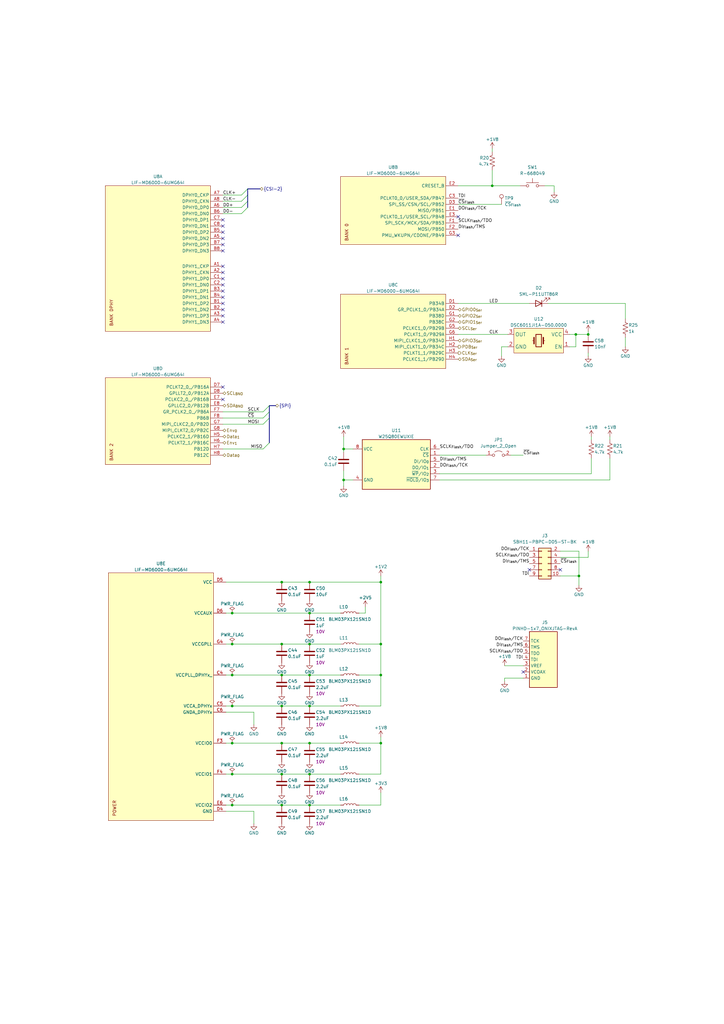
<source format=kicad_sch>
(kicad_sch (version 20211123) (generator eeschema)
  (paper "A3" portrait)
  (title_block (title "Headstage-RHS2116") (company "Open Ephys, Inc") (comment 1 "Jonathan P. Newman"))
  (lib_symbols
    (symbol "Connector:TestPoint" (pin_numbers hide) (pin_names (offset 0.762) hide)
      (property "Reference" "TP" (at 0 6.858 0))
      (property "Value" "TestPoint" (at 0 5.08 0))
      (symbol "TestPoint_0_1"
        (circle (center 0 3.302) (radius 0.762))
      )
      (symbol "TestPoint_1_1"
        (pin passive line (at 0 0 90) (length 2.54) (name "1") (number "1"))
      )
    )
    (symbol "Connector_Generic:Conn_02x05_Odd_Even" (pin_names (offset 1.016) hide)
      (property "Reference" "J" (at 1.27 7.62 0))
      (property "Value" "Conn_02x05_Odd_Even" (at 1.27 -7.62 0))
      (symbol "Conn_02x05_Odd_Even_1_1"
        (rectangle (start -1.27 -4.953) (end 0 -5.207) (stroke (width 0.1524)))
        (rectangle (start -1.27 -2.413) (end 0 -2.667) (stroke (width 0.1524)))
        (rectangle (start -1.27 0.127) (end 0 -0.127) (stroke (width 0.1524)))
        (rectangle (start -1.27 2.667) (end 0 2.413) (stroke (width 0.1524)))
        (rectangle (start -1.27 5.207) (end 0 4.953) (stroke (width 0.1524)))
        (rectangle (start -1.27 6.35) (end 3.81 -6.35) (stroke (width 0.254)) (fill (type background)))
        (rectangle (start 3.81 -4.953) (end 2.54 -5.207) (stroke (width 0.1524)))
        (rectangle (start 3.81 -2.413) (end 2.54 -2.667) (stroke (width 0.1524)))
        (rectangle (start 3.81 0.127) (end 2.54 -0.127) (stroke (width 0.1524)))
        (rectangle (start 3.81 2.667) (end 2.54 2.413) (stroke (width 0.1524)))
        (rectangle (start 3.81 5.207) (end 2.54 4.953) (stroke (width 0.1524)))
        (pin passive line (at -5.08 5.08 0) (length 3.81) (name "Pin_1") (number "1"))
        (pin passive line (at 7.62 -5.08 180) (length 3.81) (name "Pin_10") (number "10"))
        (pin passive line (at 7.62 5.08 180) (length 3.81) (name "Pin_2") (number "2"))
        (pin passive line (at -5.08 2.54 0) (length 3.81) (name "Pin_3") (number "3"))
        (pin passive line (at 7.62 2.54 180) (length 3.81) (name "Pin_4") (number "4"))
        (pin passive line (at -5.08 0 0) (length 3.81) (name "Pin_5") (number "5"))
        (pin passive line (at 7.62 0 180) (length 3.81) (name "Pin_6") (number "6"))
        (pin passive line (at -5.08 -2.54 0) (length 3.81) (name "Pin_7") (number "7"))
        (pin passive line (at 7.62 -2.54 180) (length 3.81) (name "Pin_8") (number "8"))
        (pin passive line (at -5.08 -5.08 0) (length 3.81) (name "Pin_9") (number "9"))
      )
    )
    (symbol "Device:C" (pin_numbers hide) (pin_names (offset 0.254))
      (property "Reference" "C" (at 0.635 2.54 0))
      (property "Value" "C" (at 0.635 -2.54 0))
      (symbol "C_0_1"
        (polyline (pts (xy -2.032 -0.762) (xy 2.032 -0.762)) (stroke (width 0.508)))
        (polyline (pts (xy -2.032 0.762) (xy 2.032 0.762)) (stroke (width 0.508)))
      )
      (symbol "C_1_1"
        (pin passive line (at 0 3.81 270) (length 2.794) (name "~") (number "1"))
        (pin passive line (at 0 -3.81 90) (length 2.794) (name "~") (number "2"))
      )
    )
    (symbol "Device:L" (pin_numbers hide) (pin_names (offset 1.016) hide)
      (property "Reference" "L" (at -1.27 0 90))
      (property "Value" "L" (at 1.905 0 90))
      (symbol "L_0_1"
        (arc (start 0 -2.54) (mid 0.635 -1.905) (end 0 -1.27))
        (arc (start 0 -1.27) (mid 0.635 -0.635) (end 0 0))
        (arc (start 0 0) (mid 0.635 0.635) (end 0 1.27))
        (arc (start 0 1.27) (mid 0.635 1.905) (end 0 2.54))
      )
      (symbol "L_1_1"
        (pin passive line (at 0 3.81 270) (length 1.27) (name "1") (number "1"))
        (pin passive line (at 0 -3.81 90) (length 1.27) (name "2") (number "2"))
      )
    )
    (symbol "Device:LED" (pin_numbers hide) (pin_names (offset 1.016) hide)
      (property "Reference" "D" (at 0 2.54 0))
      (property "Value" "LED" (at 0 -2.54 0))
      (symbol "LED_0_1"
        (polyline (pts (xy -1.27 -1.27) (xy -1.27 1.27)) (stroke (width 0.254)))
        (polyline (pts (xy -1.27 0) (xy 1.27 0)))
        (polyline (pts (xy 1.27 -1.27) (xy 1.27 1.27) (xy -1.27 0) (xy 1.27 -1.27)) (stroke (width 0.254)))
        (polyline (pts (xy -3.048 -0.762) (xy -4.572 -2.286) (xy -3.81 -2.286) (xy -4.572 -2.286) (xy -4.572 -1.524)))
        (polyline (pts (xy -1.778 -0.762) (xy -3.302 -2.286) (xy -2.54 -2.286) (xy -3.302 -2.286) (xy -3.302 -1.524)))
      )
      (symbol "LED_1_1"
        (pin passive line (at -3.81 0 0) (length 2.54) (name "K") (number "1"))
        (pin passive line (at 3.81 0 180) (length 2.54) (name "A") (number "2"))
      )
    )
    (symbol "Device:R_US" (pin_numbers hide) (pin_names (offset 0))
      (property "Reference" "R" (at 2.54 0 90))
      (property "Value" "R_US" (at -2.54 0 90))
      (symbol "R_US_0_1"
        (polyline (pts (xy 0 -2.286) (xy 0 -2.54)))
        (polyline (pts (xy 0 2.286) (xy 0 2.54)))
        (polyline (pts (xy 0 -0.762) (xy 1.016 -1.143) (xy 0 -1.524) (xy -1.016 -1.905) (xy 0 -2.286)))
        (polyline (pts (xy 0 0.762) (xy 1.016 0.381) (xy 0 0) (xy -1.016 -0.381) (xy 0 -0.762)))
        (polyline (pts (xy 0 2.286) (xy 1.016 1.905) (xy 0 1.524) (xy -1.016 1.143) (xy 0 0.762)))
      )
      (symbol "R_US_1_1"
        (pin passive line (at 0 3.81 270) (length 1.27) (name "~") (number "1"))
        (pin passive line (at 0 -3.81 90) (length 1.27) (name "~") (number "2"))
      )
    )
    (symbol "Jumper:Jumper_2_Open" (pin_names (offset 0) hide)
      (property "Reference" "JP" (at 0 2.794 0))
      (property "Value" "Jumper_2_Open" (at 0 -2.286 0))
      (symbol "Jumper_2_Open_0_0"
        (circle (center -2.032 0) (radius 0.508))
        (circle (center 2.032 0) (radius 0.508))
      )
      (symbol "Jumper_2_Open_0_1"
        (arc (start 1.524 1.27) (mid 0 1.778) (end -1.524 1.27))
      )
      (symbol "Jumper_2_Open_1_1"
        (pin passive line (at -5.08 0 0) (length 2.54) (name "A") (number "1"))
        (pin passive line (at 5.08 0 180) (length 2.54) (name "B") (number "2"))
      )
    )
    (symbol "Switch:SW_Push" (pin_numbers hide) (pin_names (offset 1.016) hide)
      (property "Reference" "SW" (at 1.27 2.54 0))
      (property "Value" "SW_Push" (at 0 -1.524 0))
      (symbol "SW_Push_0_1"
        (circle (center -2.032 0) (radius 0.508))
        (polyline (pts (xy 0 1.27) (xy 0 3.048)))
        (polyline (pts (xy 2.54 1.27) (xy -2.54 1.27)))
        (circle (center 2.032 0) (radius 0.508))
        (pin passive line (at -5.08 0 0) (length 2.54) (name "1") (number "1"))
        (pin passive line (at 5.08 0 180) (length 2.54) (name "2") (number "2"))
      )
    )
    (symbol "jonnew:LIF-MD6000-6UMG64I"
      (property "Reference" "U" (at 0 7.62 0))
      (property "Value" "LIF-MD6000-6UMG64I" (at 0 5.08 0))
      (symbol "LIF-MD6000-6UMG64I_1_0"
        (text "BANK DPHY" (at -19.05 -48.26 900) (effects (font (size 1.27 1.27))))
      )
      (symbol "LIF-MD6000-6UMG64I_1_1"
        (rectangle (start -21.59 3.81) (end 21.59 -55.88) (stroke (width 0.1524)) (fill (type background)))
        (pin bidirectional line (at 26.67 -29.21 180) (length 5.08) (name "DPHY1_CKP") (number "A1"))
        (pin bidirectional line (at 26.67 -31.75 180) (length 5.08) (name "DPHY1_CKN") (number "A2"))
        (pin bidirectional line (at 26.67 -49.53 180) (length 5.08) (name "DPHY1_DP3") (number "A3"))
        (pin bidirectional line (at 26.67 -52.07 180) (length 5.08) (name "DPHY1_DN3") (number "A4"))
        (pin bidirectional line (at 26.67 -17.78 180) (length 5.08) (name "DPHY0_DN2") (number "A5"))
        (pin bidirectional line (at 26.67 -5.08 180) (length 5.08) (name "DPHY0_DP0") (number "A6"))
        (pin bidirectional line (at 26.67 0 180) (length 5.08) (name "DPHY0_CKP") (number "A7"))
        (pin bidirectional line (at 26.67 -2.54 180) (length 5.08) (name "DPHY0_CKN") (number "A8"))
        (pin bidirectional line (at 26.67 -44.45 180) (length 5.08) (name "DPHY1_DP2") (number "B1"))
        (pin bidirectional line (at 26.67 -46.99 180) (length 5.08) (name "DPHY1_DN2") (number "B2"))
        (pin bidirectional line (at 26.67 -39.37 180) (length 5.08) (name "DPHY1_DP1") (number "B3"))
        (pin bidirectional line (at 26.67 -41.91 180) (length 5.08) (name "DPHY1_DN1") (number "B4"))
        (pin bidirectional line (at 26.67 -15.24 180) (length 5.08) (name "DPHY0_DP2") (number "B5"))
        (pin bidirectional line (at 26.67 -7.62 180) (length 5.08) (name "DPHY0_DN0") (number "B6"))
        (pin bidirectional line (at 26.67 -20.32 180) (length 5.08) (name "DPHY0_DP3") (number "B7"))
        (pin bidirectional line (at 26.67 -22.86 180) (length 5.08) (name "DPHY0_DN3") (number "B8"))
        (pin bidirectional line (at 26.67 -34.29 180) (length 5.08) (name "DPHY1_DP0") (number "C1"))
        (pin bidirectional line (at 26.67 -36.83 180) (length 5.08) (name "DPHY1_DN0") (number "C2"))
        (pin bidirectional line (at 26.67 -10.16 180) (length 5.08) (name "DPHY0_DP1") (number "C7"))
        (pin bidirectional line (at 26.67 -12.7 180) (length 5.08) (name "DPHY0_DN1") (number "C8"))
      )
      (symbol "LIF-MD6000-6UMG64I_2_0"
        (text "BANK 0" (at -19.05 -19.05 900) (effects (font (size 1.27 1.27))))
      )
      (symbol "LIF-MD6000-6UMG64I_2_1"
        (rectangle (start -21.59 3.81) (end 21.59 -24.13) (stroke (width 0.1524)) (fill (type background)))
        (pin bidirectional line (at 26.67 -5.08 180) (length 5.08) (name "PCLKT0_0/USER_SDA/PB47") (number "C3"))
        (pin bidirectional line (at 26.67 -7.62 180) (length 5.08) (name "SPI_SS/CSN/SCL/PB52") (number "D3"))
        (pin bidirectional line (at 26.67 -10.16 180) (length 5.08) (name "MISO/PB51") (number "E1"))
        (pin input line (at 26.67 0 180) (length 5.08) (name "CRESET_B") (number "E2"))
        (pin bidirectional line (at 26.67 -12.7 180) (length 5.08) (name "PCLKT0_1/USER_SCL/PB48") (number "E3"))
        (pin bidirectional line (at 26.67 -15.24 180) (length 5.08) (name "SPI_SCK/MCK/SDA/PB53") (number "F1"))
        (pin bidirectional line (at 26.67 -17.78 180) (length 5.08) (name "MOSI/PB50") (number "F2"))
        (pin bidirectional line (at 26.67 -20.32 180) (length 5.08) (name "PMU_WKUPN/CDONE/PB49") (number "G3"))
      )
      (symbol "LIF-MD6000-6UMG64I_3_0"
        (text "BANK 1" (at -19.05 -21.59 900) (effects (font (size 1.27 1.27))))
      )
      (symbol "LIF-MD6000-6UMG64I_3_1"
        (rectangle (start -21.59 3.81) (end 21.59 -26.67) (stroke (width 0.1524)) (fill (type background)))
        (pin bidirectional line (at 26.67 0 180) (length 5.08) (name "PB34B") (number "D1"))
        (pin bidirectional line (at 26.67 -2.54 180) (length 5.08) (name "GR_PCLK1_0/PB34A") (number "D2"))
        (pin bidirectional line (at 26.67 -5.08 180) (length 5.08) (name "PB38D") (number "G1"))
        (pin bidirectional line (at 26.67 -7.62 180) (length 5.08) (name "PB38C") (number "G2"))
        (pin bidirectional line (at 26.67 -10.16 180) (length 5.08) (name "PCLKC1_0/PB29B") (number "G5"))
        (pin bidirectional line (at 26.67 -12.7 180) (length 5.08) (name "PCLKT1_0/PB29A") (number "G6"))
        (pin bidirectional line (at 26.67 -15.24 180) (length 5.08) (name "MIPI_CLKC1_0/PB34D") (number "H1"))
        (pin bidirectional line (at 26.67 -17.78 180) (length 5.08) (name "MIPI_CLKT1_0/PB34C") (number "H2"))
        (pin bidirectional line (at 26.67 -20.32 180) (length 5.08) (name "PCLKT1_1/PB29C") (number "H3"))
        (pin bidirectional line (at 26.67 -22.86 180) (length 5.08) (name "PCLKC1_1/PB29D") (number "H4"))
      )
      (symbol "LIF-MD6000-6UMG64I_4_0"
        (text "BANK 2" (at -19.05 -26.67 900) (effects (font (size 1.27 1.27))))
      )
      (symbol "LIF-MD6000-6UMG64I_4_1"
        (rectangle (start -21.59 3.81) (end 21.59 -31.75) (stroke (width 0.1524)) (fill (type background)))
        (pin bidirectional line (at 26.67 0 180) (length 5.08) (name "PCLKT2_0_/PB16A") (number "D7"))
        (pin bidirectional line (at 26.67 -2.54 180) (length 5.08) (name "GPLLT2_0/PB12A") (number "D8"))
        (pin bidirectional line (at 26.67 -5.08 180) (length 5.08) (name "PCLKC2_0_/PB16B") (number "E7"))
        (pin bidirectional line (at 26.67 -7.62 180) (length 5.08) (name "GPLLC2_0/PB12B") (number "E8"))
        (pin bidirectional line (at 26.67 -10.16 180) (length 5.08) (name "GR_PCLK2_0_/PB6A") (number "F7"))
        (pin bidirectional line (at 26.67 -12.7 180) (length 5.08) (name "PB6B") (number "F8"))
        (pin bidirectional line (at 26.67 -15.24 180) (length 5.08) (name "MIPI_CLKC2_0/PB2D") (number "G7"))
        (pin bidirectional line (at 26.67 -17.78 180) (length 5.08) (name "MIPI_CLKT2_0/PB2C") (number "G8"))
        (pin bidirectional line (at 26.67 -20.32 180) (length 5.08) (name "PCLKC2_1/PB16D") (number "H5"))
        (pin bidirectional line (at 26.67 -22.86 180) (length 5.08) (name "PCLKT2_1/PB16C") (number "H6"))
        (pin bidirectional line (at 26.67 -25.4 180) (length 5.08) (name "PB12D") (number "H7"))
        (pin bidirectional line (at 26.67 -27.94 180) (length 5.08) (name "PB12C") (number "H8"))
      )
      (symbol "LIF-MD6000-6UMG64I_5_1"
        (rectangle (start -21.59 3.81) (end 21.59 -97.79) (stroke (width 0.1524)) (fill (type background)))
        (text "POWER" (at -19.05 -92.71 900) (effects (font (size 1.27 1.27))))
        (pin power_in line (at 26.67 -38.1 180) (length 5.08) (name "VCCPLL_DPHYx_") (number "C4"))
        (pin power_in line (at 26.67 -50.8 180) (length 5.08) (name "VCCA_DPHYx") (number "C5"))
        (pin power_in line (at 26.67 -53.34 180) (length 5.08) (name "GNDA_DPHYx") (number "C6"))
        (pin power_in line (at 26.67 -93.98 180) (length 5.08) (name "GND") (number "D4"))
        (pin power_in line (at 26.67 0 180) (length 5.08) (name "VCC") (number "D5"))
        (pin power_in line (at 26.67 -12.7 180) (length 5.08) (name "VCCAUX") (number "D6"))
        (pin passive line (at 26.67 0 180) (length 5.08) hide (name "VCC") (number "E4"))
        (pin passive line (at 26.67 -93.98 180) (length 5.08) hide (name "GND") (number "E5"))
        (pin power_in line (at 26.67 -91.44 180) (length 5.08) (name "VCCIO2") (number "E6"))
        (pin power_in line (at 26.67 -66.04 180) (length 5.08) (name "VCCIO0") (number "F3"))
        (pin power_in line (at 26.67 -78.74 180) (length 5.08) (name "VCCIO1") (number "F4"))
        (pin power_in line (at 26.67 -93.98 180) (length 5.08) hide (name "GND") (number "F5"))
        (pin passive line (at 26.67 -91.44 180) (length 5.08) hide (name "VCCIO2") (number "F6"))
        (pin power_in line (at 26.67 -25.4 180) (length 5.08) (name "VCCGPLL") (number "G4"))
      )
    )
    (symbol "jonnew:OSCILLATOR_EN"
      (property "Reference" "U" (at -10.16 8.255 0))
      (property "Value" "OSCILLATOR_EN" (at -10.16 6.35 0))
      (symbol "OSCILLATOR_EN_0_1"
        (rectangle (start -10.16 5.08) (end 10.16 -5.08) (stroke (width 0.1524)) (fill (type background)))
        (rectangle (start -1.143 2.54) (end 1.143 -2.54) (stroke (width 0.3048)))
        (polyline (pts (xy -2.54 0) (xy -1.905 0)))
        (polyline (pts (xy -1.905 -1.27) (xy -1.905 1.27)) (stroke (width 0.508)))
        (polyline (pts (xy 1.905 -1.27) (xy 1.905 1.27)) (stroke (width 0.508)))
        (polyline (pts (xy 2.54 0) (xy 1.905 0)))
      )
      (symbol "OSCILLATOR_EN_1_1"
        (pin input line (at -12.7 -2.54 0) (length 2.54) (name "EN") (number "1"))
        (pin power_in line (at 12.7 -2.54 180) (length 2.54) (name "GND") (number "2"))
        (pin output line (at 12.7 2.54 180) (length 2.54) (name "OUT") (number "3"))
        (pin power_in line (at -12.7 2.54 0) (length 2.54) (name "VCC") (number "4"))
      )
    )
    (symbol "jonnew:PINHD-1x7_ONIXJTAG-RevA"
      (property "Reference" "J" (at 0 16.51 0))
      (property "Value" "PINHD-1x7_ONIXJTAG-RevA" (at 0 13.97 0))
      (symbol "PINHD-1x7_ONIXJTAG-RevA_0_1"
        (rectangle (start -5.08 12.7) (end 6.35 -10.16) (stroke (width 0.254)) (fill (type background)))
      )
      (symbol "PINHD-1x7_ONIXJTAG-RevA_1_1"
        (pin power_in line (at 8.89 -6.35 180) (length 2.54) (name "GND") (number "1"))
        (pin power_out line (at 8.89 -3.81 180) (length 2.54) (name "VCOAX") (number "2"))
        (pin input line (at 8.89 -1.27 180) (length 2.54) (name "VREF") (number "3"))
        (pin input line (at 8.89 1.27 180) (length 2.54) (name "TDI") (number "4"))
        (pin output line (at 8.89 3.81 180) (length 2.54) (name "TDO") (number "5"))
        (pin output line (at 8.89 6.35 180) (length 2.54) (name "TMS") (number "6"))
        (pin output line (at 8.89 8.89 180) (length 2.54) (name "TCK") (number "7"))
      )
    )
    (symbol "jonnew:W25Q80EWUXIE"
      (property "Reference" "U" (at 0 13.97 0))
      (property "Value" "W25Q80EWUXIE" (at 1.27 11.43 0))
      (symbol "W25Q80EWUXIE_1_1"
        (rectangle (start -13.97 10.16) (end 13.97 -10.16) (stroke (width 0.254)) (fill (type background)))
        (pin input line (at -17.78 3.81 0) (length 3.81) (name "~{CS}") (number "1"))
        (pin bidirectional line (at -17.78 -1.27 0) (length 3.81) (name "DO/IO_{1}") (number "2"))
        (pin bidirectional line (at -17.78 -3.81 0) (length 3.81) (name "~{WP}/IO_{2}") (number "3"))
        (pin power_in line (at 17.78 -6.35 180) (length 3.81) (name "GND") (number "4"))
        (pin bidirectional line (at -17.78 1.27 0) (length 3.81) (name "DI/IO_{0}") (number "5"))
        (pin input line (at -17.78 6.35 0) (length 3.81) (name "CLK") (number "6"))
        (pin bidirectional line (at -17.78 -6.35 0) (length 3.81) (name "~{HOLD}/IO_{3}") (number "7"))
        (pin power_in line (at 17.78 6.35 180) (length 3.81) (name "VCC") (number "8"))
        (pin power_in line (at 17.78 -6.35 180) (length 3.81) hide (name "GND") (number "9"))
      )
    )
    (symbol "power:+1V2" (power) (pin_names (offset 0))
      (property "Value" "+1V2" (at 0 3.556 0))
      (symbol "+1V2_0_1"
        (polyline (pts (xy -0.762 1.27) (xy 0 2.54)))
        (polyline (pts (xy 0 0) (xy 0 2.54)))
        (polyline (pts (xy 0 2.54) (xy 0.762 1.27)))
      )
      (symbol "+1V2_1_1"
        (pin power_in line (at 0 0 90) (length 0) hide (name "+1V2") (number "1"))
      )
    )
    (symbol "power:+1V8" (power) (pin_names (offset 0))
      (property "Value" "+1V8" (at 0 3.556 0))
      (symbol "+1V8_0_1"
        (polyline (pts (xy -0.762 1.27) (xy 0 2.54)))
        (polyline (pts (xy 0 0) (xy 0 2.54)))
        (polyline (pts (xy 0 2.54) (xy 0.762 1.27)))
      )
      (symbol "+1V8_1_1"
        (pin power_in line (at 0 0 90) (length 0) hide (name "+1V8") (number "1"))
      )
    )
    (symbol "power:+2V5" (power) (pin_names (offset 0))
      (property "Value" "+2V5" (at 0 3.556 0))
      (symbol "+2V5_0_1"
        (polyline (pts (xy -0.762 1.27) (xy 0 2.54)))
        (polyline (pts (xy 0 0) (xy 0 2.54)))
        (polyline (pts (xy 0 2.54) (xy 0.762 1.27)))
      )
      (symbol "+2V5_1_1"
        (pin power_in line (at 0 0 90) (length 0) hide (name "+2V5") (number "1"))
      )
    )
    (symbol "power:+3.3V" (power) (pin_names (offset 0))
      (property "Value" "+3.3V" (at 0 3.556 0))
      (symbol "+3.3V_0_1"
        (polyline (pts (xy -0.762 1.27) (xy 0 2.54)))
        (polyline (pts (xy 0 0) (xy 0 2.54)))
        (polyline (pts (xy 0 2.54) (xy 0.762 1.27)))
      )
      (symbol "+3.3V_1_1"
        (pin power_in line (at 0 0 90) (length 0) hide (name "+3V3") (number "1"))
      )
    )
    (symbol "power:GND" (power) (pin_names (offset 0))
      (property "Value" "GND" (at 0 -3.81 0))
      (symbol "GND_0_1"
        (polyline (pts (xy 0 0) (xy 0 -1.27) (xy 1.27 -1.27) (xy 0 -2.54) (xy -1.27 -1.27) (xy 0 -1.27)))
      )
      (symbol "GND_1_1"
        (pin power_in line (at 0 0 270) (length 0) hide (name "GND") (number "1"))
      )
    )
    (symbol "power:PWR_FLAG" (power) (pin_numbers hide) (pin_names (offset 0) hide)
      (property "Value" "PWR_FLAG" (at 0 3.81 0))
      (symbol "PWR_FLAG_0_0"
        (pin power_out line (at 0 0 90) (length 0) (name "pwr") (number "1"))
      )
      (symbol "PWR_FLAG_0_1"
        (polyline (pts (xy 0 0) (xy 0 1.27) (xy -1.016 1.905) (xy 0 2.54) (xy 1.016 1.905) (xy 0 1.27)))
      )
    )
  )
  (bus_alias "SPI" (members "~{CS}" "SCLK" "MISO" "MOSI"))
  (bus_alias "CSI-2" (members "CLK+" "CLK-" "D0+" "D0-" "D1+" "D1-" "D2+" "D2-" "D3+" "D3-"))
  (junction (at 95.25 330.2))
  (junction (at 127 251.46))
  (junction (at 95.25 264.16))
  (junction (at 127 330.2))
  (junction (at 115.57 304.8))
  (junction (at 241.3 137.16))
  (junction (at 115.57 264.16))
  (junction (at 95.25 317.5))
  (junction (at 156.21 304.8))
  (junction (at 115.57 330.2))
  (junction (at 201.93 76.2))
  (junction (at 156.21 264.16))
  (junction (at 127 264.16))
  (junction (at 127 289.56))
  (junction (at 127 238.76))
  (junction (at 140.97 196.85))
  (junction (at 156.21 238.76))
  (junction (at 115.57 276.86))
  (junction (at 115.57 238.76))
  (junction (at 95.25 276.86))
  (junction (at 236.22 137.16))
  (junction (at 95.25 289.56))
  (junction (at 127 317.5))
  (junction (at 95.25 251.46))
  (junction (at 156.21 276.86))
  (junction (at 115.57 317.5))
  (junction (at 127 276.86))
  (junction (at 95.25 304.8))
  (junction (at 140.97 184.15))
  (junction (at 115.57 289.56))
  (junction (at 237.49 236.22))
  (junction (at 127 304.8))
  (no_connect (at 91.44 129.54))
  (no_connect (at 91.44 158.75))
  (no_connect (at 91.44 132.08))
  (no_connect (at 91.44 100.33))
  (no_connect (at 91.44 97.79))
  (no_connect (at 91.44 95.25))
  (no_connect (at 91.44 90.17))
  (no_connect (at 91.44 92.71))
  (no_connect (at 91.44 102.87))
  (no_connect (at 214.63 275.59))
  (no_connect (at 187.96 88.9))
  (no_connect (at 91.44 109.22))
  (no_connect (at 91.44 111.76))
  (no_connect (at 91.44 127))
  (no_connect (at 91.44 116.84))
  (no_connect (at 91.44 114.3))
  (no_connect (at 91.44 124.46))
  (no_connect (at 91.44 121.92))
  (no_connect (at 91.44 119.38))
  (no_connect (at 91.44 163.83))
  (no_connect (at 187.96 96.52))
  (no_connect (at 229.87 233.68))
  (no_connect (at 217.17 233.68))
  (bus_entry (at 99.06 82.55) (size 2.54 -2.54))
  (bus_entry (at 110.49 168.91) (size -2.54 2.54))
  (bus_entry (at 110.49 166.37) (size -2.54 2.54))
  (bus_entry (at 99.06 85.09) (size 2.54 -2.54))
  (bus_entry (at 110.49 171.45) (size -2.54 2.54))
  (bus_entry (at 99.06 87.63) (size 2.54 -2.54))
  (bus_entry (at 110.49 181.61) (size -2.54 2.54))
  (bus_entry (at 99.06 80.01) (size 2.54 -2.54))
  (wire (pts (xy 115.57 317.5) (xy 127 317.5)))
  (wire (pts (xy 127 317.5) (xy 139.7 317.5)))
  (wire (pts (xy 147.32 317.5) (xy 156.21 317.5)))
  (wire (pts (xy 92.71 317.5) (xy 95.25 317.5)))
  (wire (pts (xy 95.25 317.5) (xy 115.57 317.5)))
  (bus (pts (xy 101.6 82.55) (xy 101.6 80.01)))
  (wire (pts (xy 156.21 236.22) (xy 156.21 238.76)))
  (bus (pts (xy 110.49 168.91) (xy 110.49 171.45)))
  (wire (pts (xy 233.68 142.24) (xy 236.22 142.24)))
  (wire (pts (xy 104.14 332.74) (xy 104.14 337.82)))
  (wire (pts (xy 201.93 76.2) (xy 187.96 76.2)))
  (bus (pts (xy 101.6 85.09) (xy 101.6 82.55)))
  (wire (pts (xy 187.96 83.82) (xy 205.74 83.82)))
  (wire (pts (xy 144.78 196.85) (xy 140.97 196.85)))
  (wire (pts (xy 140.97 196.85) (xy 140.97 193.04)))
  (wire (pts (xy 224.79 124.46) (xy 256.54 124.46)))
  (wire (pts (xy 187.96 124.46) (xy 217.17 124.46)))
  (wire (pts (xy 127 276.86) (xy 139.7 276.86)))
  (wire (pts (xy 91.44 80.01) (xy 99.06 80.01)))
  (wire (pts (xy 91.44 171.45) (xy 107.95 171.45)))
  (wire (pts (xy 229.87 236.22) (xy 237.49 236.22)))
  (wire (pts (xy 127 238.76) (xy 156.21 238.76)))
  (wire (pts (xy 92.71 238.76) (xy 115.57 238.76)))
  (wire (pts (xy 115.57 238.76) (xy 127 238.76)))
  (wire (pts (xy 187.96 137.16) (xy 208.28 137.16)))
  (wire (pts (xy 144.78 184.15) (xy 140.97 184.15)))
  (wire (pts (xy 256.54 138.43) (xy 256.54 142.24)))
  (wire (pts (xy 92.71 276.86) (xy 95.25 276.86)))
  (wire (pts (xy 95.25 276.86) (xy 115.57 276.86)))
  (wire (pts (xy 115.57 264.16) (xy 127 264.16)))
  (wire (pts (xy 92.71 264.16) (xy 95.25 264.16)))
  (wire (pts (xy 95.25 264.16) (xy 115.57 264.16)))
  (wire (pts (xy 127 264.16) (xy 139.7 264.16)))
  (wire (pts (xy 91.44 168.91) (xy 107.95 168.91)))
  (wire (pts (xy 236.22 142.24) (xy 236.22 137.16)))
  (wire (pts (xy 92.71 292.1) (xy 104.14 292.1)))
  (wire (pts (xy 241.3 146.05) (xy 241.3 144.78)))
  (bus (pts (xy 110.49 171.45) (xy 110.49 181.61)))
  (wire (pts (xy 156.21 238.76) (xy 156.21 264.16)))
  (wire (pts (xy 227.33 78.74) (xy 227.33 76.2)))
  (wire (pts (xy 201.93 60.96) (xy 201.93 62.23)))
  (wire (pts (xy 92.71 289.56) (xy 95.25 289.56)))
  (wire (pts (xy 95.25 289.56) (xy 115.57 289.56)))
  (wire (pts (xy 92.71 332.74) (xy 104.14 332.74)))
  (wire (pts (xy 256.54 124.46) (xy 256.54 130.81)))
  (wire (pts (xy 104.14 292.1) (xy 104.14 297.18)))
  (wire (pts (xy 223.52 76.2) (xy 227.33 76.2)))
  (wire (pts (xy 156.21 325.12) (xy 156.21 330.2)))
  (wire (pts (xy 229.87 226.06) (xy 237.49 226.06)))
  (bus (pts (xy 101.6 80.01) (xy 101.6 77.47)))
  (wire (pts (xy 180.34 186.69) (xy 199.39 186.69)))
  (wire (pts (xy 201.93 69.85) (xy 201.93 76.2)))
  (wire (pts (xy 207.01 278.13) (xy 207.01 279.4)))
  (wire (pts (xy 237.49 236.22) (xy 237.49 240.03)))
  (wire (pts (xy 91.44 184.15) (xy 107.95 184.15)))
  (wire (pts (xy 147.32 289.56) (xy 156.21 289.56)))
  (wire (pts (xy 250.19 179.07) (xy 250.19 180.34)))
  (wire (pts (xy 147.32 264.16) (xy 156.21 264.16)))
  (wire (pts (xy 205.74 146.05) (xy 205.74 142.24)))
  (wire (pts (xy 115.57 330.2) (xy 127 330.2)))
  (wire (pts (xy 127 330.2) (xy 139.7 330.2)))
  (wire (pts (xy 147.32 330.2) (xy 156.21 330.2)))
  (wire (pts (xy 156.21 304.8) (xy 156.21 317.5)))
  (wire (pts (xy 92.71 330.2) (xy 95.25 330.2)))
  (wire (pts (xy 95.25 330.2) (xy 115.57 330.2)))
  (wire (pts (xy 201.93 76.2) (xy 213.36 76.2)))
  (bus (pts (xy 101.6 77.47) (xy 106.68 77.47)))
  (wire (pts (xy 242.57 179.07) (xy 242.57 180.34)))
  (wire (pts (xy 91.44 82.55) (xy 99.06 82.55)))
  (wire (pts (xy 241.3 135.89) (xy 241.3 137.16)))
  (wire (pts (xy 242.57 194.31) (xy 180.34 194.31)))
  (wire (pts (xy 242.57 187.96) (xy 242.57 194.31)))
  (wire (pts (xy 91.44 85.09) (xy 99.06 85.09)))
  (wire (pts (xy 241.3 228.6) (xy 241.3 226.06)))
  (wire (pts (xy 236.22 137.16) (xy 233.68 137.16)))
  (wire (pts (xy 229.87 228.6) (xy 241.3 228.6)))
  (wire (pts (xy 115.57 276.86) (xy 127 276.86)))
  (bus (pts (xy 113.03 166.37) (xy 110.49 166.37)))
  (wire (pts (xy 180.34 196.85) (xy 250.19 196.85)))
  (wire (pts (xy 250.19 196.85) (xy 250.19 187.96)))
  (wire (pts (xy 214.63 278.13) (xy 207.01 278.13)))
  (wire (pts (xy 241.3 137.16) (xy 236.22 137.16)))
  (wire (pts (xy 209.55 186.69) (xy 214.63 186.69)))
  (wire (pts (xy 214.63 273.05) (xy 207.01 273.05)))
  (wire (pts (xy 140.97 179.07) (xy 140.97 184.15)))
  (wire (pts (xy 140.97 184.15) (xy 140.97 185.42)))
  (wire (pts (xy 208.28 142.24) (xy 205.74 142.24)))
  (wire (pts (xy 149.86 248.92) (xy 149.86 251.46)))
  (wire (pts (xy 91.44 87.63) (xy 99.06 87.63)))
  (wire (pts (xy 147.32 304.8) (xy 156.21 304.8)))
  (wire (pts (xy 127 304.8) (xy 139.7 304.8)))
  (wire (pts (xy 115.57 304.8) (xy 127 304.8)))
  (wire (pts (xy 92.71 304.8) (xy 95.25 304.8)))
  (wire (pts (xy 95.25 304.8) (xy 115.57 304.8)))
  (wire (pts (xy 237.49 226.06) (xy 237.49 236.22)))
  (wire (pts (xy 127 251.46) (xy 139.7 251.46)))
  (wire (pts (xy 147.32 251.46) (xy 149.86 251.46)))
  (wire (pts (xy 92.71 251.46) (xy 95.25 251.46)))
  (wire (pts (xy 95.25 251.46) (xy 127 251.46)))
  (wire (pts (xy 115.57 289.56) (xy 127 289.56)))
  (wire (pts (xy 127 289.56) (xy 139.7 289.56)))
  (wire (pts (xy 140.97 196.85) (xy 140.97 199.39)))
  (bus (pts (xy 110.49 166.37) (xy 110.49 168.91)))
  (wire (pts (xy 156.21 302.26) (xy 156.21 304.8)))
  (wire (pts (xy 156.21 264.16) (xy 156.21 276.86)))
  (wire (pts (xy 147.32 276.86) (xy 156.21 276.86)))
  (wire (pts (xy 156.21 276.86) (xy 156.21 289.56)))
  (wire (pts (xy 91.44 173.99) (xy 107.95 173.99)))
  (label "LED" (at 200.66 124.46 0))
  (label "SCLK_{Flash}{slash}TDO" (at 217.17 228.6 180))
  (label "DI_{Flash}{slash}TMS" (at 180.34 189.23 0))
  (label "TDI" (at 217.17 236.22 180))
  (label "DO_{Flash}{slash}TCK" (at 217.17 226.06 180))
  (label "D0-" (at 91.44 87.63 0))
  (label "MISO" (at 102.87 184.15 0))
  (label "DO_{Flash}{slash}TCK" (at 214.63 262.89 180))
  (label "SCLK_{Flash}{slash}TDO" (at 214.63 267.97 180))
  (label "DO_{Flash}{slash}TCK" (at 187.96 86.36 0))
  (label "D0+" (at 91.44 85.09 0))
  (label "DO_{Flash}{slash}TCK" (at 180.34 191.77 0))
  (label "MOSI" (at 101.6 173.99 0))
  (label "TDI" (at 187.96 81.28 0))
  (label "CLK-" (at 91.44 82.55 0))
  (label "CLK+" (at 91.44 80.01 0))
  (label "~{CS}_{Flash}" (at 187.96 83.82 0))
  (label "SCLK" (at 101.5572 168.91 0))
  (label "~{CS}_{Flash}" (at 229.87 231.14 0))
  (label "SCLK_{Flash}{slash}TDO" (at 187.96 91.44 0))
  (label "DI_{Flash}{slash}TMS" (at 217.17 231.14 180))
  (label "DI_{Flash}{slash}TMS" (at 214.63 265.43 180))
  (label "SCLK_{Flash}{slash}TDO" (at 180.34 184.15 0))
  (label "~{CS}_{Flash}" (at 214.63 186.69 0))
  (label "CLK" (at 200.66 137.16 0))
  (label "~{CS}" (at 101.6 171.45 0))
  (label "DI_{Flash}{slash}TMS" (at 187.96 93.98 0))
  (label "TDI" (at 214.63 270.51 180))
  (hierarchical_label "Data_{1}" (shape bidirectional) (at 91.44 179.07 0))
  (hierarchical_label "GPIO3_{Ser}" (shape bidirectional) (at 187.96 139.7 0))
  (hierarchical_label "PDB_{Ser}" (shape output) (at 187.96 142.24 0))
  (hierarchical_label "{SPI}" (shape bidirectional) (at 113.03 166.37 0))
  (hierarchical_label "CLK_{Ser}" (shape output) (at 187.96 144.78 0))
  (hierarchical_label "GPIO1_{Ser}" (shape bidirectional) (at 187.96 132.08 0))
  (hierarchical_label "{CSI-2}" (shape bidirectional) (at 106.68 77.47 0))
  (hierarchical_label "SDA_{BNO}" (shape bidirectional) (at 91.44 166.37 0))
  (hierarchical_label "GPIO2_{Ser}" (shape bidirectional) (at 187.96 129.54 0))
  (hierarchical_label "GPIO0_{Ser}" (shape bidirectional) (at 187.96 127 0))
  (hierarchical_label "Data_{0}" (shape bidirectional) (at 91.44 186.69 0))
  (hierarchical_label "Env_{1}" (shape bidirectional) (at 91.44 181.61 0))
  (hierarchical_label "SDA_{Ser}" (shape bidirectional) (at 187.96 147.32 0))
  (hierarchical_label "Env_{0}" (shape bidirectional) (at 91.44 176.53 0))
  (hierarchical_label "SCL_{BNO}" (shape bidirectional) (at 91.44 161.29 0))
  (hierarchical_label "SCL_{Ser}" (shape bidirectional) (at 187.96 134.62 0))
  (symbol (lib_id "power:PWR_FLAG") (at 95.25 317.5 0) (unit 1)
    (property "Reference" "#FLG06" (effects hide))
    (property "Value" "PWR_FLAG" (at 95.25 313.69 0))
  )
  (symbol (lib_id "power:+1V2") (at 156.21 236.22 0) (unit 1)
    (property "Reference" "#PWR066" (effects hide))
    (property "Value" "+1V2" (at 156.21 232.41 0))
  )
  (symbol (lib_id "power:+1V8") (at 250.19 179.07 0) (mirror y) (unit 1)
    (property "Reference" "#PWR0106" (effects hide))
    (property "Value" "+1V8" (at 250.19 175.26 0))
  )
  (symbol (lib_id "power:PWR_FLAG") (at 95.25 264.16 0) (unit 1)
    (property "Reference" "#FLG02" (effects hide))
    (property "Value" "PWR_FLAG" (at 95.25 260.35 0))
  )
  (symbol (lib_id "Device:C") (at 127 255.27 0) (unit 1)
    (property "Reference" "C51" (at 129.54 254 0) (effects (justify left)))
    (property "Value" "1uF" (at 129.54 256.54 0) (effects (justify left)))
    (property "Footprint" "Capacitor_SMD:C_0402_1005Metric" (effects hide))
    (property "Voltage" "10V" (at 129.54 259.08 0) (effects (justify left)))
  )
  (symbol (lib_id "power:PWR_FLAG") (at 95.25 251.46 0) (unit 1)
    (property "Reference" "#FLG01" (effects hide))
    (property "Value" "PWR_FLAG" (at 95.25 247.65 0))
  )
  (symbol (lib_id "Device:C") (at 241.3 140.97 0) (unit 1)
    (property "Reference" "C58" (at 243.84 139.7 0) (effects (justify left)))
    (property "Value" "10nF" (at 243.84 142.24 0) (effects (justify left)))
    (property "Footprint" "Capacitor_SMD:C_0201_0603Metric" (effects hide))
  )
  (symbol (lib_id "power:+1V8") (at 241.3 226.06 0) (mirror y) (unit 1)
    (property "Reference" "#PWR04" (effects hide))
    (property "Value" "+1V8" (at 241.3 222.25 0))
  )
  (symbol (lib_id "power:+1V8") (at 156.21 302.26 0) (unit 1)
    (property "Reference" "#PWR0103" (effects hide))
    (property "Value" "+1V8" (at 156.21 298.45 0))
  )
  (symbol (lib_id "Device:L") (at 143.51 251.46 90) (unit 1)
    (property "Reference" "L10" (at 140.97 248.92 90))
    (property "Value" "BLM03PX121SN1D" (at 143.51 254 90))
    (property "Footprint" "Inductor_SMD:L_0201_0603Metric" (effects hide))
  )
  (symbol (lib_id "Device:C") (at 127 267.97 0) (unit 1)
    (property "Reference" "C52" (at 129.54 266.7 0) (effects (justify left)))
    (property "Value" "1uF" (at 129.54 269.24 0) (effects (justify left)))
    (property "Footprint" "Capacitor_SMD:C_0402_1005Metric" (effects hide))
    (property "Voltage" "10V" (at 129.54 271.78 0) (effects (justify left)))
  )
  (symbol (lib_id "Device:L") (at 143.51 330.2 90) (unit 1)
    (property "Reference" "L16" (at 140.97 327.66 90))
    (property "Value" "BLM03PX121SN1D" (at 143.51 332.74 90))
    (property "Footprint" "Inductor_SMD:L_0201_0603Metric" (effects hide))
  )
  (symbol (lib_id "Device:C") (at 140.97 189.23 0) (mirror y) (unit 1)
    (property "Reference" "C42" (at 138.43 187.96 0) (effects (justify left)))
    (property "Value" "0.1uF" (at 138.43 190.5 0) (effects (justify left)))
    (property "Footprint" "Capacitor_SMD:C_0201_0603Metric" (effects hide))
  )
  (symbol (lib_id "power:+1V8") (at 140.97 179.07 0) (mirror y) (unit 1)
    (property "Reference" "#PWR0108" (effects hide))
    (property "Value" "+1V8" (at 140.97 175.26 0))
  )
  (symbol (lib_id "power:GND") (at 127 297.18 0) (mirror y) (unit 1)
    (property "Reference" "#PWR061" (effects hide))
    (property "Value" "GND" (at 127 300.99 0))
  )
  (symbol (lib_id "power:GND") (at 115.57 337.82 0) (mirror y) (unit 1)
    (property "Reference" "#PWR056" (effects hide))
    (property "Value" "GND" (at 115.57 341.63 0))
  )
  (symbol (lib_id "Device:R_US") (at 256.54 134.62 0) (unit 1)
    (property "Reference" "R25" (at 257.81 133.35 0) (effects (justify left)))
    (property "Value" "1k" (at 257.81 135.89 0) (effects (justify left)))
    (property "Footprint" "Resistor_SMD:R_0201_0603Metric" (effects hide))
  )
  (symbol (lib_id "Device:C") (at 115.57 242.57 0) (unit 1)
    (property "Reference" "C43" (at 118.11 241.3 0) (effects (justify left)))
    (property "Value" "0.1uF" (at 118.11 243.84 0) (effects (justify left)))
    (property "Footprint" "Capacitor_SMD:C_0201_0603Metric" (effects hide))
  )
  (symbol (lib_id "Jumper:Jumper_2_Open") (at 204.47 186.69 0) (unit 1) (in_bom no)
    (property "Reference" "JP1" (at 204.47 180.34 0))
    (property "Value" "Jumper_2_Open" (at 204.47 182.88 0))
    (property "Footprint" "jonnew:OE_SolderJumper-2_0201_Open_Pad" (effects hide))
  )
  (symbol (lib_id "power:GND") (at 127 312.42 0) (mirror y) (unit 1)
    (property "Reference" "#PWR062" (effects hide))
    (property "Value" "GND" (at 127 316.23 0))
  )
  (symbol (lib_id "power:GND") (at 207.01 279.4 0) (unit 1)
    (property "Reference" "#PWR0111" (effects hide))
    (property "Value" "GND" (at 207.01 283.21 0))
  )
  (symbol (lib_id "power:GND") (at 205.74 146.05 0) (mirror y) (unit 1)
    (property "Reference" "#PWR073" (effects hide))
    (property "Value" "GND" (at 205.74 149.86 0))
  )
  (symbol (lib_id "Connector:TestPoint") (at 205.74 83.82 0) (unit 1) (in_bom no)
    (property "Reference" "TP9" (at 207.01 81.28 0) (effects (justify left)))
    (property "Value" "~{CS}_{Flash}" (at 207.01 83.82 0) (effects (justify left)))
    (property "Footprint" "jonnew:TestPoint_Pad_D0.6mm" (effects hide))
  )
  (symbol (lib_id "Device:LED") (at 220.98 124.46 180) (unit 1)
    (property "Reference" "D2" (at 220.98 118.11 0))
    (property "Value" "SML-P11UTT86R" (at 220.98 120.65 0))
    (property "Footprint" "jonnew:ROHM_SML-P11MTT86R" (effects hide))
  )
  (symbol (lib_id "power:GND") (at 104.14 337.82 0) (mirror y) (unit 1)
    (property "Reference" "#PWR048" (effects hide))
    (property "Value" "GND" (at 104.14 341.63 0))
  )
  (symbol (lib_id "power:GND") (at 115.57 246.38 0) (mirror y) (unit 1)
    (property "Reference" "#PWR050" (effects hide))
    (property "Value" "GND" (at 115.57 250.19 0))
  )
  (symbol (lib_id "jonnew:LIF-MD6000-6UMG64I") (at 64.77 158.75 0) (unit 4)
    (property "Reference" "U8" (at 64.77 151.13 0))
    (property "Value" "LIF-MD6000-6UMG64I" (at 64.77 153.67 0))
    (property "Footprint" "jonnew:LATTICE_ufcBGA64C40P8X8_3.5X3.5X1.0" (effects hide))
  )
  (symbol (lib_id "power:GND") (at 127 246.38 0) (mirror y) (unit 1)
    (property "Reference" "#PWR057" (effects hide))
    (property "Value" "GND" (at 127 250.19 0))
  )
  (symbol (lib_id "Device:L") (at 143.51 317.5 90) (unit 1)
    (property "Reference" "L15" (at 140.97 314.96 90))
    (property "Value" "BLM03PX121SN1D" (at 143.51 320.04 90))
    (property "Footprint" "Inductor_SMD:L_0201_0603Metric" (effects hide))
  )
  (symbol (lib_id "jonnew:LIF-MD6000-6UMG64I") (at 64.77 80.01 0) (unit 1)
    (property "Reference" "U8" (at 64.77 72.39 0))
    (property "Value" "LIF-MD6000-6UMG64I" (at 64.77 74.93 0))
    (property "Footprint" "jonnew:LATTICE_ufcBGA64C40P8X8_3.5X3.5X1.0" (effects hide))
  )
  (symbol (lib_id "Device:C") (at 127 293.37 0) (unit 1)
    (property "Reference" "C54" (at 129.54 292.1 0) (effects (justify left)))
    (property "Value" "2.2uF" (at 129.54 294.64 0) (effects (justify left)))
    (property "Footprint" "Capacitor_SMD:C_0402_1005Metric" (effects hide))
    (property "Voltage" "10V" (at 129.54 297.18 0) (effects (justify left)))
  )
  (symbol (lib_id "Device:L") (at 143.51 276.86 90) (unit 1)
    (property "Reference" "L12" (at 140.97 274.32 90))
    (property "Value" "BLM03PX121SN1D" (at 143.51 279.4 90))
    (property "Footprint" "Inductor_SMD:L_0201_0603Metric" (effects hide))
  )
  (symbol (lib_id "power:+1V8") (at 207.01 273.05 0) (mirror y) (unit 1)
    (property "Reference" "#PWR0112" (effects hide))
    (property "Value" "+1V8" (at 207.01 269.24 0))
  )
  (symbol (lib_id "jonnew:OSCILLATOR_EN") (at 220.98 139.7 0) (mirror y) (unit 1)
    (property "Reference" "U12" (at 220.98 130.81 0))
    (property "Value" "DSC6011JI1A-050.0000" (at 220.98 133.35 0))
    (property "Footprint" "jonnew:MICROCHIP_VFLGA4-2.0x1.6" (effects hide))
  )
  (symbol (lib_id "power:GND") (at 115.57 271.78 0) (mirror y) (unit 1)
    (property "Reference" "#PWR051" (effects hide))
    (property "Value" "GND" (at 115.57 275.59 0))
  )
  (symbol (lib_id "Device:C") (at 115.57 293.37 0) (unit 1)
    (property "Reference" "C46" (at 118.11 292.1 0) (effects (justify left)))
    (property "Value" "0.1uF" (at 118.11 294.64 0) (effects (justify left)))
    (property "Footprint" "Capacitor_SMD:C_0201_0603Metric" (effects hide))
  )
  (symbol (lib_id "power:GND") (at 115.57 325.12 0) (mirror y) (unit 1)
    (property "Reference" "#PWR055" (effects hide))
    (property "Value" "GND" (at 115.57 328.93 0))
  )
  (symbol (lib_id "Device:R_US") (at 201.93 66.04 0) (mirror y) (unit 1)
    (property "Reference" "R20" (at 200.66 64.77 0) (effects (justify left)))
    (property "Value" "4.7k" (at 200.66 67.31 0) (effects (justify left)))
    (property "Footprint" "Resistor_SMD:R_0201_0603Metric" (effects hide))
  )
  (symbol (lib_id "power:PWR_FLAG") (at 95.25 289.56 0) (unit 1)
    (property "Reference" "#FLG04" (effects hide))
    (property "Value" "PWR_FLAG" (at 95.25 285.75 0))
  )
  (symbol (lib_id "power:+2V5") (at 149.86 248.92 0) (unit 1)
    (property "Reference" "#PWR065" (effects hide))
    (property "Value" "+2V5" (at 149.86 245.11 0))
  )
  (symbol (lib_id "power:+1V8") (at 201.93 60.96 0) (unit 1)
    (property "Reference" "#PWR0105" (effects hide))
    (property "Value" "+1V8" (at 201.93 57.15 0))
  )
  (symbol (lib_id "power:GND") (at 115.57 312.42 0) (mirror y) (unit 1)
    (property "Reference" "#PWR054" (effects hide))
    (property "Value" "GND" (at 115.57 316.23 0))
  )
  (symbol (lib_id "power:GND") (at 115.57 284.48 0) (mirror y) (unit 1)
    (property "Reference" "#PWR052" (effects hide))
    (property "Value" "GND" (at 115.57 288.29 0))
  )
  (symbol (lib_id "power:GND") (at 227.33 78.74 0) (unit 1)
    (property "Reference" "#PWR067" (effects hide))
    (property "Value" "GND" (at 227.33 82.55 0))
  )
  (symbol (lib_id "power:GND") (at 140.97 199.39 0) (unit 1)
    (property "Reference" "#PWR0109" (effects hide))
    (property "Value" "GND" (at 140.97 203.2 0))
  )
  (symbol (lib_id "power:+1V8") (at 241.3 135.89 0) (unit 1)
    (property "Reference" "#PWR068" (effects hide))
    (property "Value" "+1V8" (at 241.3 132.08 0))
  )
  (symbol (lib_id "power:+3.3V") (at 156.21 325.12 0) (unit 1)
    (property "Reference" "#PWR0104" (effects hide))
    (property "Value" "+3.3V" (at 156.21 321.31 0))
  )
  (symbol (lib_id "jonnew:W25Q80EWUXIE") (at 162.56 190.5 0) (mirror y) (unit 1)
    (property "Reference" "U11" (at 162.56 176.53 0))
    (property "Value" "W25Q80EWUXIE" (at 162.56 179.07 0))
    (property "Footprint" "jonnew:WINBOND_USON8-2x3x0.6" (effects hide))
  )
  (symbol (lib_id "jonnew:LIF-MD6000-6UMG64I") (at 161.29 124.46 0) (unit 3)
    (property "Reference" "U8" (at 161.29 116.84 0))
    (property "Value" "LIF-MD6000-6UMG64I" (at 161.29 119.38 0))
    (property "Footprint" "jonnew:LATTICE_ufcBGA64C40P8X8_3.5X3.5X1.0" (effects hide))
  )
  (symbol (lib_id "Switch:SW_Push") (at 218.44 76.2 0) (unit 1)
    (property "Reference" "SW1" (at 218.44 68.58 0))
    (property "Value" "R-668049" (at 218.44 71.12 0))
    (property "Footprint" "jonnew:MITSUMI_R-668049" (effects hide))
  )
  (symbol (lib_id "Device:L") (at 143.51 304.8 90) (unit 1)
    (property "Reference" "L14" (at 140.97 302.26 90))
    (property "Value" "BLM03PX121SN1D" (at 143.51 307.34 90))
    (property "Footprint" "Inductor_SMD:L_0201_0603Metric" (effects hide))
  )
  (symbol (lib_id "jonnew:PINHD-1x7_ONIXJTAG-RevA") (at 223.52 271.78 0) (mirror y) (unit 1) (in_bom no)
    (property "Reference" "J5" (at 223.52 255.27 0))
    (property "Value" "PINHD-1x7_ONIXJTAG-RevA" (at 223.52 257.81 0))
    (property "Footprint" "jonnew:ONIXJTAG-RevA" (effects hide))
  )
  (symbol (lib_id "power:+1V8") (at 242.57 179.07 0) (mirror y) (unit 1)
    (property "Reference" "#PWR0107" (effects hide))
    (property "Value" "+1V8" (at 242.57 175.26 0))
  )
  (symbol (lib_id "Device:C") (at 115.57 321.31 0) (unit 1)
    (property "Reference" "C48" (at 118.11 320.04 0) (effects (justify left)))
    (property "Value" "0.1uF" (at 118.11 322.58 0) (effects (justify left)))
    (property "Footprint" "Capacitor_SMD:C_0201_0603Metric" (effects hide))
  )
  (symbol (lib_id "jonnew:LIF-MD6000-6UMG64I") (at 161.29 76.2 0) (unit 2)
    (property "Reference" "U8" (at 161.29 68.58 0))
    (property "Value" "LIF-MD6000-6UMG64I" (at 161.29 71.12 0))
    (property "Footprint" "jonnew:LATTICE_ufcBGA64C40P8X8_3.5X3.5X1.0" (effects hide))
  )
  (symbol (lib_id "power:GND") (at 127 259.08 0) (mirror y) (unit 1)
    (property "Reference" "#PWR058" (effects hide))
    (property "Value" "GND" (at 127 262.89 0))
  )
  (symbol (lib_id "power:PWR_FLAG") (at 95.25 276.86 0) (unit 1)
    (property "Reference" "#FLG03" (effects hide))
    (property "Value" "PWR_FLAG" (at 95.25 273.05 0))
  )
  (symbol (lib_id "jonnew:LIF-MD6000-6UMG64I") (at 66.04 238.76 0) (unit 5)
    (property "Reference" "U8" (at 66.04 231.14 0))
    (property "Value" "LIF-MD6000-6UMG64I" (at 66.04 233.68 0))
    (property "Footprint" "jonnew:LATTICE_ufcBGA64C40P8X8_3.5X3.5X1.0" (effects hide))
  )
  (symbol (lib_id "Device:R_US") (at 250.19 184.15 0) (unit 1)
    (property "Reference" "R21" (at 251.46 182.88 0) (effects (justify left)))
    (property "Value" "4.7k" (at 251.46 185.42 0) (effects (justify left)))
    (property "Footprint" "Resistor_SMD:R_0201_0603Metric" (effects hide))
  )
  (symbol (lib_id "Device:C") (at 127 321.31 0) (unit 1)
    (property "Reference" "C56" (at 129.54 320.04 0) (effects (justify left)))
    (property "Value" "2.2uF" (at 129.54 322.58 0) (effects (justify left)))
    (property "Footprint" "Capacitor_SMD:C_0402_1005Metric" (effects hide))
    (property "Voltage" "10V" (at 129.54 325.12 0) (effects (justify left)))
  )
  (symbol (lib_id "power:GND") (at 127 325.12 0) (mirror y) (unit 1)
    (property "Reference" "#PWR063" (effects hide))
    (property "Value" "GND" (at 127 328.93 0))
  )
  (symbol (lib_id "power:GND") (at 237.49 240.03 0) (unit 1)
    (property "Reference" "#PWR03" (effects hide))
    (property "Value" "GND" (at 237.49 243.84 0))
  )
  (symbol (lib_id "Device:R_US") (at 242.57 184.15 0) (unit 1)
    (property "Reference" "R22" (at 243.84 182.88 0) (effects (justify left)))
    (property "Value" "4.7k" (at 243.84 185.42 0) (effects (justify left)))
    (property "Footprint" "Resistor_SMD:R_0201_0603Metric" (effects hide))
  )
  (symbol (lib_id "Connector_Generic:Conn_02x05_Odd_Even") (at 222.25 231.14 0) (unit 1) (in_bom no)
    (property "Reference" "J3" (at 223.52 219.71 0))
    (property "Value" "SBH11-PBPC-D05-ST-BK" (at 223.52 222.25 0))
    (property "Footprint" "Connector_IDC:IDC-Header_2x05_P2.54mm_Vertical" (effects hide))
  )
  (symbol (lib_id "power:GND") (at 127 271.78 0) (mirror y) (unit 1)
    (property "Reference" "#PWR059" (effects hide))
    (property "Value" "GND" (at 127 275.59 0))
  )
  (symbol (lib_id "power:GND") (at 115.57 297.18 0) (mirror y) (unit 1)
    (property "Reference" "#PWR053" (effects hide))
    (property "Value" "GND" (at 115.57 300.99 0))
  )
  (symbol (lib_id "power:GND") (at 127 284.48 0) (mirror y) (unit 1)
    (property "Reference" "#PWR060" (effects hide))
    (property "Value" "GND" (at 127 288.29 0))
  )
  (symbol (lib_id "power:GND") (at 127 337.82 0) (mirror y) (unit 1)
    (property "Reference" "#PWR064" (effects hide))
    (property "Value" "GND" (at 127 341.63 0))
  )
  (symbol (lib_id "Device:C") (at 127 242.57 0) (unit 1)
    (property "Reference" "C50" (at 129.54 241.3 0) (effects (justify left)))
    (property "Value" "10uF" (at 129.54 243.84 0) (effects (justify left)))
    (property "Footprint" "Capacitor_SMD:C_0402_1005Metric" (effects hide))
  )
  (symbol (lib_id "power:GND") (at 241.3 146.05 0) (mirror y) (unit 1)
    (property "Reference" "#PWR072" (effects hide))
    (property "Value" "GND" (at 241.3 149.86 0))
  )
  (symbol (lib_id "Device:L") (at 143.51 264.16 90) (unit 1)
    (property "Reference" "L11" (at 140.97 261.62 90))
    (property "Value" "BLM03PX121SN1D" (at 143.51 266.7 90))
    (property "Footprint" "Inductor_SMD:L_0201_0603Metric" (effects hide))
  )
  (symbol (lib_id "power:PWR_FLAG") (at 95.25 304.8 0) (unit 1)
    (property "Reference" "#FLG05" (effects hide))
    (property "Value" "PWR_FLAG" (at 95.25 300.99 0))
  )
  (symbol (lib_id "Device:C") (at 115.57 267.97 0) (unit 1)
    (property "Reference" "C44" (at 118.11 266.7 0) (effects (justify left)))
    (property "Value" "0.1uF" (at 118.11 269.24 0) (effects (justify left)))
    (property "Footprint" "Capacitor_SMD:C_0201_0603Metric" (effects hide))
  )
  (symbol (lib_id "Device:C") (at 115.57 334.01 0) (unit 1)
    (property "Reference" "C49" (at 118.11 332.74 0) (effects (justify left)))
    (property "Value" "0.1uF" (at 118.11 335.28 0) (effects (justify left)))
    (property "Footprint" "Capacitor_SMD:C_0201_0603Metric" (effects hide))
  )
  (symbol (lib_id "Device:C") (at 115.57 280.67 0) (unit 1)
    (property "Reference" "C45" (at 118.11 279.4 0) (effects (justify left)))
    (property "Value" "0.1uF" (at 118.11 281.94 0) (effects (justify left)))
    (property "Footprint" "Capacitor_SMD:C_0201_0603Metric" (effects hide))
  )
  (symbol (lib_id "power:GND") (at 256.54 142.24 0) (unit 1)
    (property "Reference" "#PWR074" (effects hide))
    (property "Value" "GND" (at 256.54 146.05 0))
  )
  (symbol (lib_id "Device:L") (at 143.51 289.56 90) (unit 1)
    (property "Reference" "L13" (at 140.97 287.02 90))
    (property "Value" "BLM03PX121SN1D" (at 143.51 292.1 90))
    (property "Footprint" "Inductor_SMD:L_0201_0603Metric" (effects hide))
  )
  (symbol (lib_id "Device:C") (at 127 334.01 0) (unit 1)
    (property "Reference" "C57" (at 129.54 332.74 0) (effects (justify left)))
    (property "Value" "2.2uF" (at 129.54 335.28 0) (effects (justify left)))
    (property "Footprint" "Capacitor_SMD:C_0402_1005Metric" (effects hide))
    (property "Voltage" "10V" (at 129.54 337.82 0) (effects (justify left)))
  )
  (symbol (lib_id "Device:C") (at 127 308.61 0) (unit 1)
    (property "Reference" "C55" (at 129.54 307.34 0) (effects (justify left)))
    (property "Value" "2.2uF" (at 129.54 309.88 0) (effects (justify left)))
    (property "Footprint" "Capacitor_SMD:C_0402_1005Metric" (effects hide))
    (property "Voltage" "10V" (at 129.54 312.42 0) (effects (justify left)))
  )
  (symbol (lib_id "power:PWR_FLAG") (at 95.25 330.2 0) (unit 1)
    (property "Reference" "#FLG07" (effects hide))
    (property "Value" "PWR_FLAG" (at 95.25 326.39 0))
  )
  (symbol (lib_id "power:GND") (at 104.14 297.18 0) (mirror y) (unit 1)
    (property "Reference" "#PWR047" (effects hide))
    (property "Value" "GND" (at 104.14 300.99 0))
  )
  (symbol (lib_id "Device:C") (at 127 280.67 0) (unit 1)
    (property "Reference" "C53" (at 129.54 279.4 0) (effects (justify left)))
    (property "Value" "2.2uF" (at 129.54 281.94 0) (effects (justify left)))
    (property "Footprint" "Capacitor_SMD:C_0402_1005Metric" (effects hide))
    (property "Voltage" "10V" (at 129.54 284.48 0) (effects (justify left)))
  )
  (symbol (lib_id "Device:C") (at 115.57 308.61 0) (unit 1)
    (property "Reference" "C47" (at 118.11 307.34 0) (effects (justify left)))
    (property "Value" "0.1uF" (at 118.11 309.88 0) (effects (justify left)))
    (property "Footprint" "Capacitor_SMD:C_0201_0603Metric" (effects hide))
  )
)
</source>
